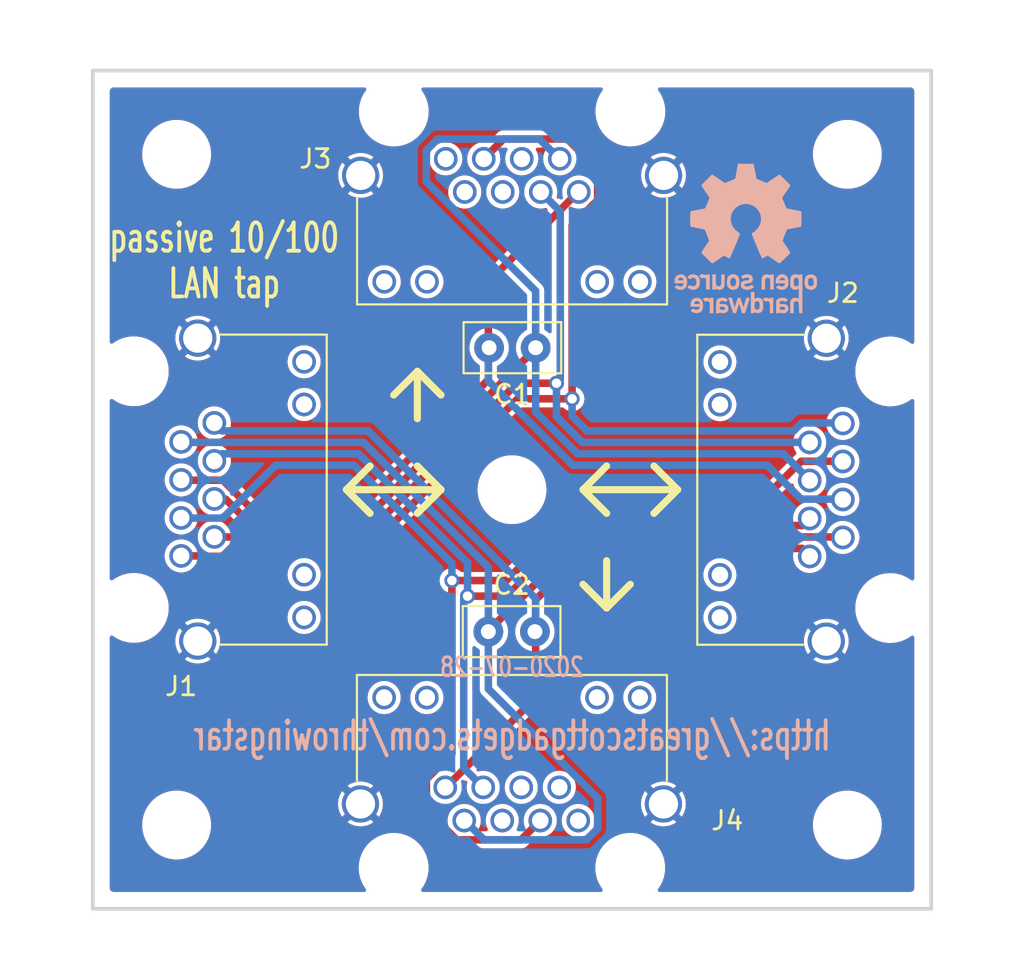
<source format=kicad_pcb>
(kicad_pcb (version 20221018) (generator pcbnew)
  (title_block (title "Throwing Star LAN Tap Pro") (date "2020-07-28") (company "Copyright (c) 2010-2020 Great Scott Gadgets <info@greatscottgadgets.com>") (comment 1 "Licensed under the CERN-OHL-P v2"))
  (layers (0 "F.Cu" signal "Front") (31 "B.Cu" signal "Back") (34 "B.Paste" user) (35 "F.Paste" user) (36 "B.SilkS" user "B.Silkscreen") (37 "F.SilkS" user "F.Silkscreen") (38 "B.Mask" user) (39 "F.Mask" user) (44 "Edge.Cuts" user))
  (net 0 "")
  (net 1 "/SIG1")
  (net 2 "/SIG2")
  (net 3 "/SIG3")
  (net 4 "/SIG4")
  (net 5 "/SIG5")
  (net 6 "/SIG6")
  (net 7 "/SIG7")
  (net 8 "/SIG8")
  (net 9 "Net-(J3-Pad4)")
  (net 10 "Net-(J3-Pad2)")
  (net 11 "Net-(J3-Pad5)")
  (net 12 "Net-(J3-Pad1)")
  (net 13 "Net-(J4-Pad1)")
  (net 14 "Net-(J4-Pad5)")
  (net 15 "Net-(J4-Pad2)")
  (net 16 "Net-(J4-Pad4)")
  (net 17 "GND")
  (footprint "MountingHole:MountingHole_3.2mm_M3" (layer "F.Cu") (at 108.99902 83.59902)
    (fp_text reference "REF**")
    (fp_text value "MountingHole_3.2mm_M3")
    (pad "" np_thru_hole circle (at 0 0) (size 3.2 3.2) (drill 3.2) (layers "*.Cu" "*.Mask"))
  )
  (footprint "Capacitor_THT:C_Disc_D5.0mm_W2.5mm_P2.50mm" (layer "F.Cu") (at 128.27 93.98 180)
    (fp_text reference "C1" (at 1.25 -2.5) (layer "F.SilkS"))
    (fp_text value "220pF")
    (pad "1" thru_hole circle (at 0 0 180) (size 1.6 1.6) (drill 0.8) (layers "*.Cu" "*.Mask") (net 4 "/SIG4"))
    (pad "2" thru_hole circle (at 2.5 0 180) (size 1.6 1.6) (drill 0.8) (layers "*.Cu" "*.Mask") (net 5 "/SIG5"))
  )
  (footprint "Capacitor_THT:C_Disc_D5.0mm_W2.5mm_P2.50mm" (layer "F.Cu") (at 125.73 109.22)
    (fp_text reference "C2" (at 1.25 -2.5) (layer "F.SilkS"))
    (fp_text value "220pF")
    (pad "1" thru_hole circle (at 0 0) (size 1.6 1.6) (drill 0.8) (layers "*.Cu" "*.Mask") (net 7 "/SIG7"))
    (pad "2" thru_hole circle (at 2.5 0) (size 1.6 1.6) (drill 0.8) (layers "*.Cu" "*.Mask") (net 8 "/SIG8"))
  )
  (footprint "throwing-star:RJ45_Amphenol_RJHSE538X_TSLTP" (layer "F.Cu") (at 109.24032 105.156 90)
    (fp_text reference "J1" (at -7 0 180) (layer "F.SilkS"))
    (fp_text value "RJ45_Shielded")
    (pad "" np_thru_hole circle (at -2.79 -2.54 90) (size 3.25 3.25) (drill 3.25) (layers "*.Cu" "*.Mask"))
    (pad "" np_thru_hole circle (at 9.91 -2.54 90) (size 3.25 3.25) (drill 3.25) (layers "*.Cu" "*.Mask"))
    (pad "1" thru_hole circle (at 0 0 90) (size 1.27 1.27) (drill 0.89) (layers "*.Cu" "*.Mask") (net 1 "/SIG1"))
    (pad "2" thru_hole circle (at 1.02 1.78 90) (size 1.27 1.27) (drill 0.89) (layers "*.Cu" "*.Mask") (net 2 "/SIG2"))
    (pad "3" thru_hole circle (at 2.04 0 90) (size 1.27 1.27) (drill 0.89) (layers "*.Cu" "*.Mask") (net 3 "/SIG3"))
    (pad "4" thru_hole circle (at 3.06 1.78 90) (size 1.27 1.27) (drill 0.89) (layers "*.Cu" "*.Mask") (net 4 "/SIG4"))
    (pad "5" thru_hole circle (at 4.08 0 90) (size 1.27 1.27) (drill 0.89) (layers "*.Cu" "*.Mask") (net 5 "/SIG5"))
    (pad "6" thru_hole circle (at 5.1 1.78 90) (size 1.27 1.27) (drill 0.89) (layers "*.Cu" "*.Mask") (net 6 "/SIG6"))
    (pad "7" thru_hole circle (at 6.12 0 90) (size 1.27 1.27) (drill 0.89) (layers "*.Cu" "*.Mask") (net 7 "/SIG7"))
    (pad "8" thru_hole circle (at 7.14 1.78 90) (size 1.27 1.27) (drill 0.89) (layers "*.Cu" "*.Mask") (net 8 "/SIG8"))
    (pad "9" thru_hole circle (at -3.3 6.6 90) (size 1.27 1.27) (drill 0.89) (layers "*.Cu" "*.Mask"))
    (pad "10" thru_hole circle (at -1.01 6.6 90) (size 1.27 1.27) (drill 0.89) (layers "*.Cu" "*.Mask"))
    (pad "11" thru_hole circle (at 8.13 6.6 90) (size 1.27 1.27) (drill 0.89) (layers "*.Cu" "*.Mask"))
    (pad "12" thru_hole circle (at 10.42 6.6 90) (size 1.27 1.27) (drill 0.89) (layers "*.Cu" "*.Mask"))
    (pad "SH" thru_hole circle (at -4.57 0.89 90) (size 2 2) (drill 1.57) (layers "*.Cu" "*.Mask") (net 17 "GND"))
    (pad "SH" thru_hole circle (at 11.69 0.89 90) (size 2 2) (drill 1.57) (layers "*.Cu" "*.Mask") (net 17 "GND"))
  )
  (footprint "throwing-star:RJ45_Amphenol_RJHSE538X_TSLTP" (layer "F.Cu") (at 144.75968 98.044 -90)
    (fp_text reference "J2" (at -7 0 180) (layer "F.SilkS"))
    (fp_text value "RJ45_Shielded")
    (pad "" np_thru_hole circle (at -2.79 -2.54 270) (size 3.25 3.25) (drill 3.25) (layers "*.Cu" "*.Mask"))
    (pad "" np_thru_hole circle (at 9.91 -2.54 270) (size 3.25 3.25) (drill 3.25) (layers "*.Cu" "*.Mask"))
    (pad "1" thru_hole circle (at 0 0 270) (size 1.27 1.27) (drill 0.89) (layers "*.Cu" "*.Mask") (net 1 "/SIG1"))
    (pad "2" thru_hole circle (at 1.02 1.78 270) (size 1.27 1.27) (drill 0.89) (layers "*.Cu" "*.Mask") (net 2 "/SIG2"))
    (pad "3" thru_hole circle (at 2.04 0 270) (size 1.27 1.27) (drill 0.89) (layers "*.Cu" "*.Mask") (net 3 "/SIG3"))
    (pad "4" thru_hole circle (at 3.06 1.78 270) (size 1.27 1.27) (drill 0.89) (layers "*.Cu" "*.Mask") (net 4 "/SIG4"))
    (pad "5" thru_hole circle (at 4.08 0 270) (size 1.27 1.27) (drill 0.89) (layers "*.Cu" "*.Mask") (net 5 "/SIG5"))
    (pad "6" thru_hole circle (at 5.1 1.78 270) (size 1.27 1.27) (drill 0.89) (layers "*.Cu" "*.Mask") (net 6 "/SIG6"))
    (pad "7" thru_hole circle (at 6.12 0 270) (size 1.27 1.27) (drill 0.89) (layers "*.Cu" "*.Mask") (net 7 "/SIG7"))
    (pad "8" thru_hole circle (at 7.14 1.78 270) (size 1.27 1.27) (drill 0.89) (layers "*.Cu" "*.Mask") (net 8 "/SIG8"))
    (pad "9" thru_hole circle (at -3.3 6.6 270) (size 1.27 1.27) (drill 0.89) (layers "*.Cu" "*.Mask"))
    (pad "10" thru_hole circle (at -1.01 6.6 270) (size 1.27 1.27) (drill 0.89) (layers "*.Cu" "*.Mask"))
    (pad "11" thru_hole circle (at 8.13 6.6 270) (size 1.27 1.27) (drill 0.89) (layers "*.Cu" "*.Mask"))
    (pad "12" thru_hole circle (at 10.42 6.6 270) (size 1.27 1.27) (drill 0.89) (layers "*.Cu" "*.Mask"))
    (pad "SH" thru_hole circle (at -4.57 0.89 270) (size 2 2) (drill 1.57) (layers "*.Cu" "*.Mask") (net 17 "GND"))
    (pad "SH" thru_hole circle (at 11.69 0.89 270) (size 2 2) (drill 1.57) (layers "*.Cu" "*.Mask") (net 17 "GND"))
  )
  (footprint "throwing-star:RJ45_Amphenol_RJHSE538X_TSLTP" (layer "F.Cu") (at 123.444 83.84032)
    (fp_text reference "J3" (at -7 0) (layer "F.SilkS"))
    (fp_text value "RJ45_Shielded")
    (pad "" np_thru_hole circle (at -2.79 -2.54) (size 3.25 3.25) (drill 3.25) (layers "*.Cu" "*.Mask"))
    (pad "" np_thru_hole circle (at 9.91 -2.54) (size 3.25 3.25) (drill 3.25) (layers "*.Cu" "*.Mask"))
    (pad "1" thru_hole circle (at 0 0) (size 1.27 1.27) (drill 0.89) (layers "*.Cu" "*.Mask") (net 12 "Net-(J3-Pad1)"))
    (pad "2" thru_hole circle (at 1.02 1.78) (size 1.27 1.27) (drill 0.89) (layers "*.Cu" "*.Mask") (net 10 "Net-(J3-Pad2)"))
    (pad "3" thru_hole circle (at 2.04 0) (size 1.27 1.27) (drill 0.89) (layers "*.Cu" "*.Mask") (net 1 "/SIG1"))
    (pad "4" thru_hole circle (at 3.06 1.78) (size 1.27 1.27) (drill 0.89) (layers "*.Cu" "*.Mask") (net 9 "Net-(J3-Pad4)"))
    (pad "5" thru_hole circle (at 4.08 0) (size 1.27 1.27) (drill 0.89) (layers "*.Cu" "*.Mask") (net 11 "Net-(J3-Pad5)"))
    (pad "6" thru_hole circle (at 5.1 1.78) (size 1.27 1.27) (drill 0.89) (layers "*.Cu" "*.Mask") (net 2 "/SIG2"))
    (pad "7" thru_hole circle (at 6.12 0) (size 1.27 1.27) (drill 0.89) (layers "*.Cu" "*.Mask") (net 4 "/SIG4"))
    (pad "8" thru_hole circle (at 7.14 1.78) (size 1.27 1.27) (drill 0.89) (layers "*.Cu" "*.Mask") (net 5 "/SIG5"))
    (pad "9" thru_hole circle (at -3.3 6.6) (size 1.27 1.27) (drill 0.89) (layers "*.Cu" "*.Mask"))
    (pad "10" thru_hole circle (at -1.01 6.6) (size 1.27 1.27) (drill 0.89) (layers "*.Cu" "*.Mask"))
    (pad "11" thru_hole circle (at 8.13 6.6) (size 1.27 1.27) (drill 0.89) (layers "*.Cu" "*.Mask"))
    (pad "12" thru_hole circle (at 10.42 6.6) (size 1.27 1.27) (drill 0.89) (layers "*.Cu" "*.Mask"))
    (pad "SH" thru_hole circle (at -4.57 0.89) (size 2 2) (drill 1.57) (layers "*.Cu" "*.Mask") (net 17 "GND"))
    (pad "SH" thru_hole circle (at 11.69 0.89) (size 2 2) (drill 1.57) (layers "*.Cu" "*.Mask") (net 17 "GND"))
  )
  (footprint "throwing-star:RJ45_Amphenol_RJHSE538X_TSLTP" (layer "F.Cu") (at 130.556 119.35968 180)
    (fp_text reference "J4" (at -8 0) (layer "F.SilkS"))
    (fp_text value "RJ45_Shielded")
    (pad "" np_thru_hole circle (at -2.79 -2.54 180) (size 3.25 3.25) (drill 3.25) (layers "*.Cu" "*.Mask"))
    (pad "" np_thru_hole circle (at 9.91 -2.54 180) (size 3.25 3.25) (drill 3.25) (layers "*.Cu" "*.Mask"))
    (pad "1" thru_hole circle (at 0 0 180) (size 1.27 1.27) (drill 0.89) (layers "*.Cu" "*.Mask") (net 13 "Net-(J4-Pad1)"))
    (pad "2" thru_hole circle (at 1.02 1.78 180) (size 1.27 1.27) (drill 0.89) (layers "*.Cu" "*.Mask") (net 15 "Net-(J4-Pad2)"))
    (pad "3" thru_hole circle (at 2.04 0 180) (size 1.27 1.27) (drill 0.89) (layers "*.Cu" "*.Mask") (net 3 "/SIG3"))
    (pad "4" thru_hole circle (at 3.06 1.78 180) (size 1.27 1.27) (drill 0.89) (layers "*.Cu" "*.Mask") (net 16 "Net-(J4-Pad4)"))
    (pad "5" thru_hole circle (at 4.08 0 180) (size 1.27 1.27) (drill 0.89) (layers "*.Cu" "*.Mask") (net 14 "Net-(J4-Pad5)"))
    (pad "6" thru_hole circle (at 5.1 1.78 180) (size 1.27 1.27) (drill 0.89) (layers "*.Cu" "*.Mask") (net 6 "/SIG6"))
    (pad "7" thru_hole circle (at 6.12 0 180) (size 1.27 1.27) (drill 0.89) (layers "*.Cu" "*.Mask") (net 7 "/SIG7"))
    (pad "8" thru_hole circle (at 7.14 1.78 180) (size 1.27 1.27) (drill 0.89) (layers "*.Cu" "*.Mask") (net 8 "/SIG8"))
    (pad "9" thru_hole circle (at -3.3 6.6 180) (size 1.27 1.27) (drill 0.89) (layers "*.Cu" "*.Mask"))
    (pad "10" thru_hole circle (at -1.01 6.6 180) (size 1.27 1.27) (drill 0.89) (layers "*.Cu" "*.Mask"))
    (pad "11" thru_hole circle (at 8.13 6.6 180) (size 1.27 1.27) (drill 0.89) (layers "*.Cu" "*.Mask"))
    (pad "12" thru_hole circle (at 10.42 6.6 180) (size 1.27 1.27) (drill 0.89) (layers "*.Cu" "*.Mask"))
    (pad "SH" thru_hole circle (at -4.57 0.89 180) (size 2 2) (drill 1.57) (layers "*.Cu" "*.Mask") (net 17 "GND"))
    (pad "SH" thru_hole circle (at 11.69 0.89 180) (size 2 2) (drill 1.57) (layers "*.Cu" "*.Mask") (net 17 "GND"))
  )
  (footprint "MountingHole:MountingHole_3.2mm_M3" (layer "F.Cu") (at 108.99902 119.60098)
    (fp_text reference "REF**")
    (fp_text value "MountingHole_3.2mm_M3")
    (pad "" np_thru_hole circle (at 0 0) (size 3.2 3.2) (drill 3.2) (layers "*.Cu" "*.Mask"))
  )
  (footprint "MountingHole:MountingHole_3.2mm_M3" (layer "F.Cu") (at 145.00098 83.59902)
    (fp_text reference "REF**")
    (fp_text value "MountingHole_3.2mm_M3")
    (pad "" np_thru_hole circle (at 0 0) (size 3.2 3.2) (drill 3.2) (layers "*.Cu" "*.Mask"))
  )
  (footprint "MountingHole:MountingHole_3.2mm_M3" (layer "F.Cu") (at 127 101.6)
    (fp_text reference "REF**")
    (fp_text value "MountingHole_3.2mm_M3")
    (pad "" np_thru_hole circle (at 0 0) (size 3.2 3.2) (drill 3.2) (layers "*.Cu" "*.Mask"))
  )
  (footprint "MountingHole:MountingHole_3.2mm_M3" (layer "F.Cu") (at 145.00098 119.60098)
    (fp_text reference "REF**")
    (fp_text value "MountingHole_3.2mm_M3")
    (pad "" np_thru_hole circle (at 0 0) (size 3.2 3.2) (drill 3.2) (layers "*.Cu" "*.Mask"))
  )
  (footprint "Symbol:OSHW-Logo_7.5x8mm_SilkScreen" (layer "B.Cu") (at 139.5603 88.1126 180)
    (fp_text reference "REF**" hide)
    (fp_text value "OSHW-Logo_7.5x8mm_SilkScreen" hide)
  )
  (gr_line (start 121.92 100.33) (end 123.19 101.6) (stroke (width 0.381)) (layer "F.SilkS"))
  (gr_line (start 134.62 100.33) (end 135.89 101.6) (stroke (width 0.381)) (layer "F.SilkS"))
  (gr_line (start 132.08 100.33) (end 130.81 101.6) (stroke (width 0.381)) (layer "F.SilkS"))
  (gr_line (start 123.19 96.52) (end 121.92 95.25) (stroke (width 0.381)) (layer "F.SilkS"))
  (gr_line (start 119.38 100.33) (end 118.11 101.6) (stroke (width 0.381)) (layer "F.SilkS"))
  (gr_line (start 130.81 101.6) (end 135.89 101.6) (stroke (width 0.381)) (layer "F.SilkS"))
  (gr_line (start 123.19 101.6) (end 121.92 102.87) (stroke (width 0.381)) (layer "F.SilkS"))
  (gr_line (start 118.11 101.6) (end 119.38 102.87) (stroke (width 0.381)) (layer "F.SilkS"))
  (gr_line (start 135.89 101.6) (end 134.62 102.87) (stroke (width 0.381)) (layer "F.SilkS"))
  (gr_line (start 130.81 101.6) (end 132.08 102.87) (stroke (width 0.381)) (layer "F.SilkS"))
  (gr_line (start 132.08 107.95) (end 132.08 105.41) (stroke (width 0.381)) (layer "F.SilkS"))
  (gr_line (start 121.92 95.25) (end 121.92 97.79) (stroke (width 0.381)) (layer "F.SilkS"))
  (gr_line (start 120.65 96.52) (end 121.92 95.25) (stroke (width 0.381)) (layer "F.SilkS"))
  (gr_line (start 130.81 106.68) (end 132.08 107.95) (stroke (width 0.381)) (layer "F.SilkS"))
  (gr_line (start 132.08 107.95) (end 133.35 106.68) (stroke (width 0.381)) (layer "F.SilkS"))
  (gr_line (start 118.11 101.6) (end 123.19 101.6) (stroke (width 0.381)) (layer "F.SilkS"))
  (gr_line (start 104.50068 79.10068) (end 149.49932 79.10068) (stroke (width 0.2032)) (layer "Edge.Cuts"))
  (gr_line (start 149.49932 124.09932) (end 104.50068 124.09932) (stroke (width 0.2032)) (layer "Edge.Cuts"))
  (gr_line (start 149.49932 79.10068) (end 149.49932 124.09932) (stroke (width 0.2032)) (layer "Edge.Cuts"))
  (gr_line (start 104.50068 124.09932) (end 104.50068 79.10068) (stroke (width 0.2032)) (layer "Edge.Cuts"))
  (gr_text "https://greatscottgadgets.com/throwingstar" (at 127 114.808) (layer "B.SilkS") (effects (font (size 1.524 1.016) (thickness 0.2032)) (justify mirror)))
  (gr_text "2020-07-28" (at 127 111.125) (layer "B.SilkS") (effects (font (size 1.016 0.762) (thickness 0.1524)) (justify mirror)))
  (gr_text "passive 10/100\nLAN tap" (at 111.5568 89.3064) (layer "F.SilkS") (effects (font (size 1.524 1.016) (thickness 0.2032))))
  (segment (start 110.3122 105.156) (end 110.3376 105.1814) (width 0.4064) (layer "F.Cu") (net 1))
  (segment (start 110.3376 105.1814) (end 111.46028 105.1814) (width 0.4064) (layer "F.Cu") (net 1))
  (segment (start 126.5428 82.7786) (end 129.9718 82.7786) (width 0.4064) (layer "F.Cu") (net 1))
  (segment (start 130.2258 96.7232) (end 130.2258 87.4268) (width 0.4064) (layer "F.Cu") (net 1))
  (segment (start 111.46028 105.1814) (end 111.887 104.75468) (width 0.4064) (layer "F.Cu") (net 1))
  (segment (start 119.27332 104.75468) (end 111.887 104.75468) (width 0.4064) (layer "F.Cu") (net 1))
  (segment (start 110.3122 105.156) (end 109.24032 105.156) (width 0.4064) (layer "F.Cu") (net 1))
  (segment (start 125.48108 83.84032) (end 126.5428 82.7786) (width 0.4064) (layer "F.Cu") (net 1))
  (segment (start 129.9718 82.7786) (end 131.5974 84.4042) (width 0.4064) (layer "F.Cu") (net 1))
  (segment (start 131.5974 86.0552) (end 130.2258 87.4268) (width 0.4064) (layer "F.Cu") (net 1))
  (segment (start 130.2258 96.7232) (end 127.3048 96.7232) (width 0.4064) (layer "F.Cu") (net 1))
  (segment (start 127.3048 96.7232) (end 119.27332 104.75468) (width 0.4064) (layer "F.Cu") (net 1))
  (segment (start 131.5974 84.4042) (end 131.5974 86.0552) (width 0.4064) (layer "F.Cu") (net 1))
  (segment (start 125.476 83.84032) (end 125.48108 83.84032) (width 0.4064) (layer "F.Cu") (net 1))
  (via (at 130.2258 96.7232) (size 0.8128) (drill 0.508) (layers "F.Cu" "B.Cu") (net 1))
  (segment (start 130.2258 97.64776) (end 131.02336 98.44532) (width 0.4064) (layer "B.Cu") (net 1))
  (segment (start 131.02336 98.44532) (end 142.11808 98.44532) (width 0.4064) (layer "B.Cu") (net 1))
  (segment (start 142.5448 98.0186) (end 144.73428 98.0186) (width 0.4064) (layer "B.Cu") (net 1))
  (segment (start 142.11808 98.44532) (end 142.5448 98.0186) (width 0.4064) (layer "B.Cu") (net 1))
  (segment (start 144.73428 98.0186) (end 144.75968 98.044) (width 0.4064) (layer "B.Cu") (net 1))
  (segment (start 130.2258 96.7232) (end 130.2258 97.64776) (width 0.4064) (layer "B.Cu") (net 1))
  (segment (start 127.27432 95.885) (end 119.01932 104.14) (width 0.4064) (layer "F.Cu") (net 2))
  (segment (start 129.3876 95.885) (end 127.27432 95.885) (width 0.4064) (layer "F.Cu") (net 2))
  (segment (start 119.01932 104.14) (end 111.01832 104.14) (width 0.4064) (layer "F.Cu") (net 2))
  (via (at 129.3876 95.885) (size 0.8128) (drill 0.508) (layers "F.Cu" "B.Cu") (net 2))
  (segment (start 128.544 85.62032) (end 129.5908 86.66712) (width 0.4064) (layer "B.Cu") (net 2))
  (segment (start 129.3876 97.67824) (end 130.76936 99.06) (width 0.4064) (layer "B.Cu") (net 2))
  (segment (start 129.3876 95.885) (end 129.3876 97.67824) (width 0.4064) (layer "B.Cu") (net 2))
  (segment (start 129.5908 86.66712) (end 129.5908 95.6818) (width 0.4064) (layer "B.Cu") (net 2))
  (segment (start 130.76936 99.06) (end 142.98168 99.06) (width 0.4064) (layer "B.Cu") (net 2))
  (segment (start 129.5908 95.6818) (end 129.3876 95.885) (width 0.4064) (layer "B.Cu") (net 2))
  (segment (start 123.7742 115.7732) (end 123.7742 106.4768) (width 0.4064) (layer "F.Cu") (net 3))
  (segment (start 142.5194 100.076) (end 139.68476 102.91064) (width 0.4064) (layer "F.Cu") (net 3))
  (segment (start 128.51892 119.35968) (end 128.524 119.35968) (width 0.4064) (layer "F.Cu") (net 3))
  (segment (start 127.4826 120.396) (end 124.0282 120.396) (width 0.4064) (layer "F.Cu") (net 3))
  (segment (start 124.0282 120.396) (end 122.4026 118.7704) (width 0.4064) (layer "F.Cu") (net 3))
  (segment (start 144.75968 100.076) (end 142.5194 100.076) (width 0.4064) (layer "F.Cu") (net 3))
  (segment (start 123.7742 115.7732) (end 122.4026 117.1448) (width 0.4064) (layer "F.Cu") (net 3))
  (segment (start 139.68476 102.91064) (end 130.26136 102.91064) (width 0.4064) (layer "F.Cu") (net 3))
  (segment (start 128.51892 119.35968) (end 127.4826 120.396) (width 0.4064) (layer "F.Cu") (net 3))
  (segment (start 122.4026 118.7704) (end 122.4026 117.1448) (width 0.4064) (layer "F.Cu") (net 3))
  (segment (start 126.6952 106.4768) (end 130.26136 102.91064) (width 0.4064) (layer "F.Cu") (net 3))
  (segment (start 123.7742 106.4768) (end 126.6952 106.4768) (width 0.4064) (layer "F.Cu") (net 3))
  (via (at 123.7742 106.4768) (size 0.8128) (drill 0.508) (layers "F.Cu" "B.Cu") (net 3))
  (segment (start 118.51132 100.28936) (end 123.7742 105.55224) (width 0.4064) (layer "B.Cu") (net 3))
  (segment (start 111.4806 103.124) (end 109.24032 103.124) (width 0.4064) (layer "B.Cu") (net 3))
  (segment (start 123.7742 106.4768) (end 123.7742 105.55224) (width 0.4064) (layer "B.Cu") (net 3))
  (segment (start 111.4806 103.124) (end 114.31524 100.28936) (width 0.4064) (layer "B.Cu") (net 3))
  (segment (start 114.31524 100.28936) (end 118.51132 100.28936) (width 0.4064) (layer "B.Cu") (net 3))
  (segment (start 111.01832 102.108) (end 111.62792 102.108) (width 0.4064) (layer "F.Cu") (net 4))
  (segment (start 128.27 94.02064) (end 128.27 93.98) (width 0.4064) (layer "F.Cu") (net 4))
  (segment (start 128.27 94.02064) (end 118.76532 103.52532) (width 0.4064) (layer "F.Cu") (net 4))
  (segment (start 113.04524 103.52532) (end 118.76532 103.52532) (width 0.4064) (layer "F.Cu") (net 4))
  (segment (start 111.62792 102.108) (end 113.04524 103.52532) (width 0.4064) (layer "F.Cu") (net 4))
  (segment (start 129.54 83.84032) (end 129.53492 83.84032) (width 0.4064) (layer "B.Cu") (net 4))
  (segment (start 128.27 90.932) (end 128.27 93.98) (width 0.4064) (layer "B.Cu") (net 4))
  (segment (start 128.27 97.42932) (end 130.51536 99.67468) (width 0.4064) (layer "B.Cu") (net 4))
  (segment (start 122.4026 83.3882) (end 122.4026 85.0646) (width 0.4064) (layer "B.Cu") (net 4))
  (segment (start 130.51536 99.67468) (end 141.56436 99.67468) (width 0.4064) (layer "B.Cu") (net 4))
  (segment (start 141.56436 99.67468) (end 142.98168 101.092) (width 0.4064) (layer "B.Cu") (net 4))
  (segment (start 129.53492 83.84032) (end 128.4732 82.7786) (width 0.4064) (layer "B.Cu") (net 4))
  (segment (start 123.0122 82.7786) (end 122.4026 83.3882) (width 0.4064) (layer "B.Cu") (net 4))
  (segment (start 128.27 93.98) (end 128.27 97.42932) (width 0.4064) (layer "B.Cu") (net 4))
  (segment (start 128.4732 82.7786) (end 123.0122 82.7786) (width 0.4064) (layer "B.Cu") (net 4))
  (segment (start 122.4026 85.0646) (end 128.27 90.932) (width 0.4064) (layer "B.Cu") (net 4))
  (segment (start 125.73 93.98) (end 125.73 90.44432) (width 0.4064) (layer "F.Cu") (net 5))
  (segment (start 125.73 95.69196) (end 125.73 93.98) (width 0.4064) (layer "F.Cu") (net 5))
  (segment (start 113.29924 102.91064) (end 118.51132 102.91064) (width 0.4064) (layer "F.Cu") (net 5))
  (segment (start 109.24032 101.092) (end 111.4806 101.092) (width 0.4064) (layer "F.Cu") (net 5))
  (segment (start 125.73 90.44432) (end 130.556 85.61832) (width 0.4064) (layer "F.Cu") (net 5))
  (segment (start 118.51132 102.91064) (end 125.73 95.69196) (width 0.4064) (layer "F.Cu") (net 5))
  (segment (start 111.4806 101.092) (end 113.29924 102.91064) (width 0.4064) (layer "F.Cu") (net 5))
  (segment (start 125.73 95.758) (end 125.73 93.98) (width 0.4064) (layer "B.Cu") (net 5))
  (segment (start 130.26136 100.28936) (end 140.70076 100.28936) (width 0.4064) (layer "B.Cu") (net 5))
  (segment (start 140.70076 100.28936) (end 142.5194 102.108) (width 0.4064) (layer "B.Cu") (net 5))
  (segment (start 125.73 95.758) (end 130.26136 100.28936) (width 0.4064) (layer "B.Cu") (net 5))
  (segment (start 144.75968 102.108) (end 142.5194 102.108) (width 0.4064) (layer "B.Cu") (net 5))
  (segment (start 130.51536 103.52532) (end 126.72568 107.315) (width 0.4064) (layer "F.Cu") (net 6))
  (segment (start 142.97152 103.124) (end 142.5702 103.52532) (width 0.4064) (layer "F.Cu") (net 6))
  (segment (start 124.6124 107.315) (end 126.72568 107.315) (width 0.4064) (layer "F.Cu") (net 6))
  (segment (start 142.5702 103.52532) (end 130.51536 103.52532) (width 0.4064) (layer "F.Cu") (net 6))
  (segment (start 142.98168 103.124) (end 142.97152 103.124) (width 0.4064) (layer "F.Cu") (net 6))
  (via (at 124.6124 107.315) (size 0.8128) (drill 0.508) (layers "F.Cu" "B.Cu") (net 6))
  (segment (start 124.4092 107.5182) (end 124.6124 107.315) (width 0.4064) (layer "B.Cu") (net 6))
  (segment (start 118.76532 99.67468) (end 124.6124 105.52176) (width 0.4064) (layer "B.Cu") (net 6))
  (segment (start 124.6124 107.315) (end 124.6124 105.52176) (width 0.4064) (layer "B.Cu") (net 6))
  (segment (start 125.456 117.57968) (end 124.4092 116.53288) (width 0.4064) (layer "B.Cu") (net 6))
  (segment (start 111.4298 99.67468) (end 118.76532 99.67468) (width 0.4064) (layer "B.Cu") (net 6))
  (segment (start 124.4092 116.53288) (end 124.4092 107.5182) (width 0.4064) (layer "B.Cu") (net 6))
  (segment (start 111.02848 100.076) (end 111.01832 100.076) (width 0.4064) (layer "B.Cu") (net 6))
  (segment (start 111.02848 100.076) (end 111.4298 99.67468) (width 0.4064) (layer "B.Cu") (net 6))
  (segment (start 144.75968 104.14) (end 130.76936 104.14) (width 0.4064) (layer "F.Cu") (net 7))
  (segment (start 130.76936 104.14) (end 125.73 109.17936) (width 0.4064) (layer "F.Cu") (net 7))
  (segment (start 125.73 109.17936) (end 125.73 109.22) (width 0.4064) (layer "F.Cu") (net 7))
  (segment (start 130.9878 120.396) (end 131.5974 119.7864) (width 0.4064) (layer "B.Cu") (net 7))
  (segment (start 125.73 105.77068) (end 125.73 109.22) (width 0.4064) (layer "B.Cu") (net 7))
  (segment (start 125.73 112.2934) (end 125.73 109.22) (width 0.4064) (layer "B.Cu") (net 7))
  (segment (start 109.24032 99.06) (end 119.01932 99.06) (width 0.4064) (layer "B.Cu") (net 7))
  (segment (start 125.5014 120.396) (end 130.9878 120.396) (width 0.4064) (layer "B.Cu") (net 7))
  (segment (start 124.46 119.35968) (end 124.46508 119.35968) (width 0.4064) (layer "B.Cu") (net 7))
  (segment (start 131.5974 118.1608) (end 125.73 112.2934) (width 0.4064) (layer "B.Cu") (net 7))
  (segment (start 119.01932 99.06) (end 125.73 105.77068) (width 0.4064) (layer "B.Cu") (net 7))
  (segment (start 124.46508 119.35968) (end 125.5014 120.396) (width 0.4064) (layer "B.Cu") (net 7))
  (segment (start 131.5974 119.7864) (end 131.5974 118.1608) (width 0.4064) (layer "B.Cu") (net 7))
  (segment (start 142.97152 105.156) (end 142.5702 104.75468) (width 0.4064) (layer "F.Cu") (net 8))
  (segment (start 142.5702 104.75468) (end 131.02336 104.75468) (width 0.4064) (layer "F.Cu") (net 8))
  (segment (start 128.27 112.75568) (end 123.444 117.58168) (width 0.4064) (layer "F.Cu") (net 8))
  (segment (start 142.98168 105.156) (end 142.97152 105.156) (width 0.4064) (layer "F.Cu") (net 8))
  (segment (start 128.27 107.50804) (end 128.27 109.22) (width 0.4064) (layer "F.Cu") (net 8))
  (segment (start 128.27 109.22) (end 128.27 112.75568) (width 0.4064) (layer "F.Cu") (net 8))
  (segment (start 131.02336 104.75468) (end 128.27 107.50804) (width 0.4064) (layer "F.Cu") (net 8))
  (segment (start 111.02848 98.044) (end 111.4298 98.44532) (width 0.4064) (layer "B.Cu") (net 8))
  (segment (start 111.01832 98.044) (end 111.02848 98.044) (width 0.4064) (layer "B.Cu") (net 8))
  (segment (start 119.27332 98.44532) (end 128.27 107.442) (width 0.4064) (layer "B.Cu") (net 8))
  (segment (start 111.4298 98.44532) (end 119.27332 98.44532) (width 0.4064) (layer "B.Cu") (net 8))
  (segment (start 128.27 107.442) (end 128.27 109.22) (width 0.4064) (layer "B.Cu") (net 8))
  (zone (net 17) (net_name "GND") (layer "F.Cu") (connect_pads (clearance 0.254)) (min_thickness 0.2032) (fill yes (thermal_gap 0.2032) (thermal_bridge_width 0.4064) (smoothing fillet) (radius 0.2032))
    (polygon (pts (xy 148.59 123.19) (xy 105.41 123.19) (xy 105.41 80.01) (xy 148.59 80.01)))
  )
  (zone (net 17) (net_name "GND") (layer "B.Cu") (connect_pads (clearance 0.254)) (min_thickness 0.2032) (fill yes (thermal_gap 0.2032) (thermal_bridge_width 0.4064) (smoothing fillet) (radius 0.2032))
    (polygon (pts (xy 148.59 123.19) (xy 105.41 123.19) (xy 105.41 80.01) (xy 148.59 80.01)))
  )
)
</source>
